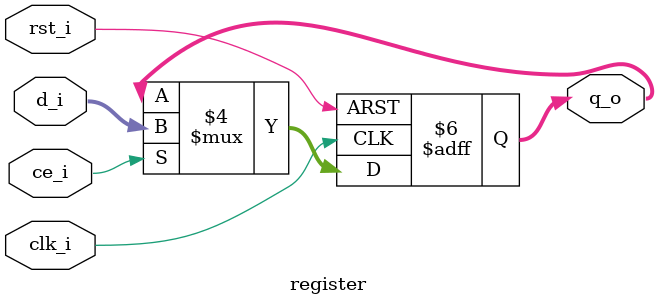
<source format=v>

module register #(parameter
	DATA_WIDTH=32)(
	input                   clk_i,
	input                   rst_i,
	input                   ce_i,
	input  [DATA_WIDTH-1:0] d_i,
	output [DATA_WIDTH-1:0] q_o);

	reg [DATA_WIDTH-1:0] q_o;

	always @(posedge clk_i or posedge rst_i) begin
		if (rst_i == 1'b1) begin
			q_o <= '0;
		end else begin
			if (ce_i == 1'b1) begin
				q_o <= d_i;
			end
		end
	end

endmodule // register

</source>
